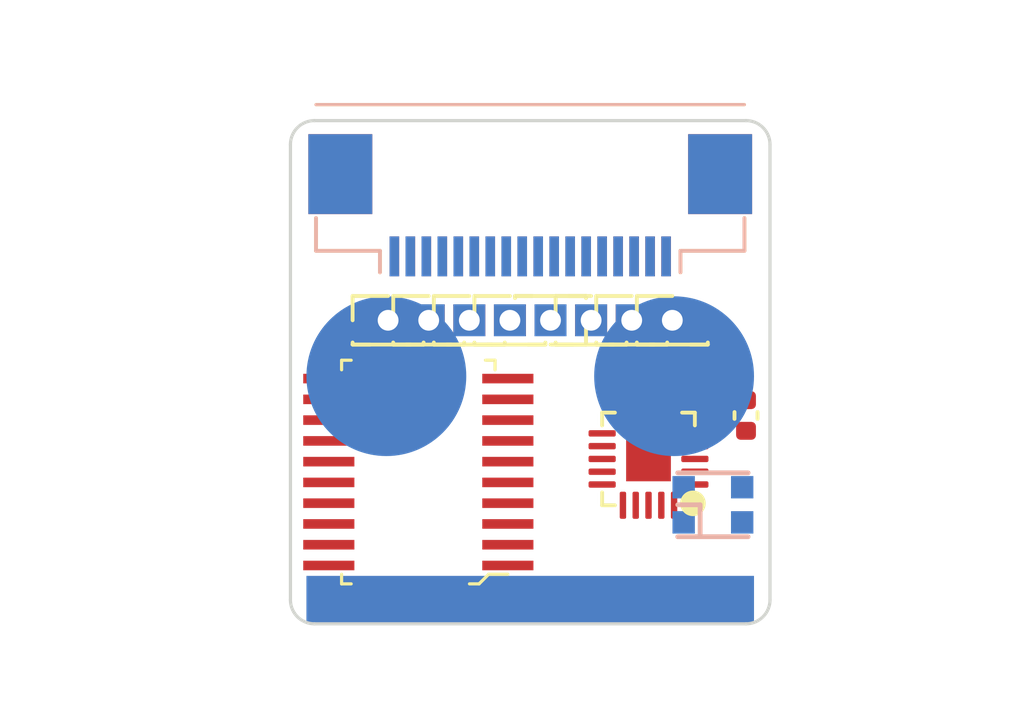
<source format=kicad_pcb>
(kicad_pcb (version 20221018) (generator pcbnew)
  (layers (0 "F.Cu" signal "Front") (1 "In1.Cu" signal) (2 "In2.Cu" signal) (31 "B.Cu" signal "Back") (34 "B.Paste" user) (35 "F.Paste" user) (36 "B.SilkS" user "B.Silkscreen") (37 "F.SilkS" user "F.Silkscreen") (38 "B.Mask" user) (39 "F.Mask" user) (44 "Edge.Cuts" user))
  (net 0 "")
  (net 1 "GND")
  (net 2 "/Vcap")
  (net 47 "LED_OUT")
  (net 48 "LED_IN")
  (net 49 "+3.3V")
  (footprint "Connector_PinHeader_1.27mm:PinHeader_1x01_P1.27mm_Vertical" (layer "F.Cu") (at 96.825 103.75)
    (fp_text reference "J5" hide)
    (fp_text value "Conn_01x01_Pin" hide)
    (fp_line (start -1.11 -0.76) (end 0 -0.76) (stroke (width 0.12)) (layer "F.SilkS"))
    (fp_line (start -1.11 0) (end -1.11 -0.76) (stroke (width 0.12)) (layer "F.SilkS"))
    (fp_line (start -1.11 0.76) (end -1.11 0.695) (stroke (width 0.12)) (layer "F.SilkS"))
    (fp_line (start -1.11 0.76) (end -0.563471 0.76) (stroke (width 0.12)) (layer "F.SilkS"))
    (fp_line (start -1.11 0.76) (end 1.11 0.76) (stroke (width 0.12)) (layer "F.SilkS"))
    (fp_line (start 0.563471 0.76) (end 1.11 0.76) (stroke (width 0.12)) (layer "F.SilkS"))
    (fp_line (start 1.11 0.76) (end 1.11 0.695) (stroke (width 0.12)) (layer "F.SilkS"))
    (pad "1" thru_hole rect (at 0 0) (size 1 1) (drill 0.65) (layers "*.Cu" "*.Mask"))
  )
  (footprint "00_custom-footprints:QFN-20-1EP_3x3mm_P0.4mm_EP1.4x1.4mm" (layer "F.Cu") (at 103.7 108.09 180)
    (fp_text reference "U1" hide)
    (fp_text value "HC32L110C6UA" hide)
    (fp_line (start -1.45 1.45) (end -1.45 1.05) (stroke (width 0.12)) (layer "F.SilkS"))
    (fp_line (start -1.05 1.45) (end -1.45 1.45) (stroke (width 0.12)) (layer "F.SilkS"))
    (fp_line (start 1.05 -1.45) (end 1.45 -1.45) (stroke (width 0.12)) (layer "F.SilkS"))
    (fp_line (start 1.45 -1.45) (end 1.45 -1.05) (stroke (width 0.12)) (layer "F.SilkS"))
    (fp_line (start 1.45 1.05) (end 1.45 1.45) (stroke (width 0.12)) (layer "F.SilkS"))
    (fp_line (start 1.45 1.45) (end 1.05 1.45) (stroke (width 0.12)) (layer "F.SilkS"))
    (fp_circle (center -1.39 -1.39) (end -0.99 -1.39) (fill solid) (layer "F.SilkS"))
    (pad "1" smd roundrect (at -1.45 -0.8 180) (size 0.85 0.2) (layers "F.Cu" "F.Paste" "F.Mask"))
    (pad "2" smd roundrect (at -1.45 -0.4 180) (size 0.85 0.2) (layers "F.Cu" "F.Paste" "F.Mask"))
    (pad "3" smd roundrect (at -1.45 0 180) (size 0.85 0.2) (layers "F.Cu" "F.Paste" "F.Mask"))
    (pad "4" smd roundrect (at -1.45 0.4 180) (size 0.85 0.2) (layers "F.Cu" "F.Paste" "F.Mask") (net 1 "GND"))
    (pad "5" smd roundrect (at -1.45 0.8 180) (size 0.85 0.2) (layers "F.Cu" "F.Paste" "F.Mask") (net 2 "/Vcap"))
    (pad "6" smd roundrect (at -0.8 1.45 180) (size 0.2 0.85) (layers "F.Cu" "F.Paste" "F.Mask") (net 49 "+3.3V"))
    (pad "7" smd roundrect (at -0.4 1.45 180) (size 0.2 0.85) (layers "F.Cu" "F.Paste" "F.Mask"))
    (pad "8" smd roundrect (at 0 1.45 180) (size 0.2 0.85) (layers "F.Cu" "F.Paste" "F.Mask"))
    (pad "9" smd roundrect (at 0.4 1.45 180) (size 0.2 0.85) (layers "F.Cu" "F.Paste" "F.Mask"))
    (pad "10" smd roundrect (at 0.8 1.45 180) (size 0.2 0.85) (layers "F.Cu" "F.Paste" "F.Mask"))
    (pad "11" smd roundrect (at 1.45 0.8 180) (size 0.85 0.2) (layers "F.Cu" "F.Paste" "F.Mask"))
    (pad "12" smd roundrect (at 1.45 0.4 180) (size 0.85 0.2) (layers "F.Cu" "F.Paste" "F.Mask"))
    (pad "13" smd roundrect (at 1.45 0 180) (size 0.85 0.2) (layers "F.Cu" "F.Paste" "F.Mask"))
    (pad "14" smd roundrect (at 1.45 -0.4 180) (size 0.85 0.2) (layers "F.Cu" "F.Paste" "F.Mask"))
    (pad "15" smd roundrect (at 1.45 -0.8 180) (size 0.85 0.2) (layers "F.Cu" "F.Paste" "F.Mask"))
    (pad "16" smd roundrect (at 0.8 -1.45 180) (size 0.2 0.85) (layers "F.Cu" "F.Paste" "F.Mask"))
    (pad "17" smd roundrect (at 0.4 -1.45 180) (size 0.2 0.85) (layers "F.Cu" "F.Paste" "F.Mask"))
    (pad "18" smd roundrect (at 0 -1.45 180) (size 0.2 0.85) (layers "F.Cu" "F.Paste" "F.Mask"))
    (pad "19" smd roundrect (at -0.4 -1.45 180) (size 0.2 0.85) (layers "F.Cu" "F.Paste" "F.Mask"))
    (pad "20" smd roundrect (at -0.8 -1.45 180) (size 0.2 0.85) (layers "F.Cu" "F.Paste" "F.Mask"))
    (pad "21" smd rect (at 0 0 180) (size 1.4 1.4) (layers "F.Cu" "F.Mask") (net 1 "GND"))
  )
  (footprint "Capacitor_SMD:C_0402_1005Metric" (layer "F.Cu") (at 106.75 106.73 -90)
    (fp_text reference "C1" hide)
    (fp_text value "4.7uF" hide)
    (fp_line (start -0.107836 -0.36) (end 0.107836 -0.36) (stroke (width 0.12)) (layer "F.SilkS"))
    (fp_line (start -0.107836 0.36) (end 0.107836 0.36) (stroke (width 0.12)) (layer "F.SilkS"))
    (pad "1" smd roundrect (at -0.48 0 270) (size 0.56 0.62) (layers "F.Cu" "F.Paste" "F.Mask") (net 1 "GND"))
    (pad "2" smd roundrect (at 0.48 0 270) (size 0.56 0.62) (layers "F.Cu" "F.Paste" "F.Mask") (net 2 "/Vcap"))
  )
  (footprint "Connector_FFC-FPC:XUNPU_FPC_05F_18P_H20" (layer "F.Cu") (at 100 101.75 180)
    (fp_text reference "J4" hide)
    (fp_text value "XF2J-1824-12A" hide)
    (fp_line (start -6.7 0.175) (end -6.7 1.2) (stroke (width 0.12)) (layer "F.SilkS"))
    (fp_line (start -6.7 4.75) (end 6.7 4.75) (stroke (width 0.1)) (layer "F.SilkS"))
    (fp_line (start -4.7 0.175) (end -6.7 0.175) (stroke (width 0.12)) (layer "F.SilkS"))
    (fp_line (start -4.7 0.175) (end -4.7 -0.5) (stroke (width 0.12)) (layer "F.SilkS"))
    (fp_line (start 4.7 0.175) (end 4.7 -0.5) (stroke (width 0.12)) (layer "F.SilkS"))
    (fp_line (start 4.7 0.175) (end 6.7 0.175) (stroke (width 0.12)) (layer "F.SilkS"))
    (fp_line (start 6.7 0.175) (end 6.7 1.2) (stroke (width 0.12)) (layer "F.SilkS"))
    (pad "1" smd rect (at -4.25 0 180) (size 0.3 1.25) (layers "F.Cu" "F.Paste" "F.Mask"))
    (pad "2" smd rect (at -3.75 0 180) (size 0.3 1.25) (layers "F.Cu" "F.Paste" "F.Mask"))
    (pad "3" smd rect (at -3.25 0 180) (size 0.3 1.25) (layers "F.Cu" "F.Paste" "F.Mask"))
    (pad "4" smd rect (at -2.75 0 180) (size 0.3 1.25) (layers "F.Cu" "F.Paste" "F.Mask"))
    (pad "5" smd rect (at -2.25 0 180) (size 0.3 1.25) (layers "F.Cu" "F.Paste" "F.Mask"))
    (pad "6" smd rect (at -1.75 0 180) (size 0.3 1.25) (layers "F.Cu" "F.Paste" "F.Mask"))
    (pad "7" smd rect (at -1.25 0 180) (size 0.3 1.25) (layers "F.Cu" "F.Paste" "F.Mask"))
    (pad "8" smd rect (at -0.75 0 180) (size 0.3 1.25) (layers "F.Cu" "F.Paste" "F.Mask"))
    (pad "9" smd rect (at -0.25 0 180) (size 0.3 1.25) (layers "F.Cu" "F.Paste" "F.Mask"))
    (pad "10" smd rect (at 0.25 0 180) (size 0.3 1.25) (layers "F.Cu" "F.Paste" "F.Mask"))
    (pad "11" smd rect (at 0.75 0 180) (size 0.3 1.25) (layers "F.Cu" "F.Paste" "F.Mask"))
    (pad "12" smd rect (at 1.25 0 180) (size 0.3 1.25) (layers "F.Cu" "F.Paste" "F.Mask"))
    (pad "13" smd rect (at 1.75 0 180) (size 0.3 1.25) (layers "F.Cu" "F.Paste" "F.Mask"))
    (pad "14" smd rect (at 2.25 0 180) (size 0.3 1.25) (layers "F.Cu" "F.Paste" "F.Mask"))
    (pad "15" smd rect (at 2.75 0 180) (size 0.3 1.25) (layers "F.Cu" "F.Paste" "F.Mask"))
    (pad "16" smd rect (at 3.25 0 180) (size 0.3 1.25) (layers "F.Cu" "F.Paste" "F.Mask"))
    (pad "17" smd rect (at 3.75 0 180) (size 0.3 1.25) (layers "F.Cu" "F.Paste" "F.Mask"))
    (pad "18" smd rect (at 4.25 0 180) (size 0.3 1.25) (layers "F.Cu" "F.Paste" "F.Mask"))
    (pad "MP" smd rect (at -5.94 2.575 180) (size 2 2.5) (layers "F.Cu" "F.Paste" "F.Mask"))
    (pad "MP" smd rect (at 5.94 2.575 180) (size 2 2.5) (layers "F.Cu" "F.Paste" "F.Mask"))
  )
  (footprint "Connector_PinHeader_1.27mm:PinHeader_1x01_P1.27mm_Vertical" (layer "F.Cu") (at 100.635 103.75 180)
    (fp_text reference "J2" hide)
    (fp_text value "Conn_01x01_Pin" hide)
    (fp_line (start -1.11 -0.76) (end 0 -0.76) (stroke (width 0.12)) (layer "F.SilkS"))
    (fp_line (start -1.11 0) (end -1.11 -0.76) (stroke (width 0.12)) (layer "F.SilkS"))
    (fp_line (start -1.11 0.76) (end -1.11 0.695) (stroke (width 0.12)) (layer "F.SilkS"))
    (fp_line (start -1.11 0.76) (end -0.563471 0.76) (stroke (width 0.12)) (layer "F.SilkS"))
    (fp_line (start -1.11 0.76) (end 1.11 0.76) (stroke (width 0.12)) (layer "F.SilkS"))
    (fp_line (start 0.563471 0.76) (end 1.11 0.76) (stroke (width 0.12)) (layer "F.SilkS"))
    (fp_line (start 1.11 0.76) (end 1.11 0.695) (stroke (width 0.12)) (layer "F.SilkS"))
    (pad "1" thru_hole rect (at 0 0 180) (size 1 1) (drill 0.65) (layers "*.Cu" "*.Mask"))
  )
  (footprint "Connector_PinHeader_1.27mm:PinHeader_1x01_P1.27mm_Vertical" (layer "F.Cu") (at 103.175 103.75)
    (fp_text reference "J8" hide)
    (fp_text value "Conn_01x01_Pin" hide)
    (fp_line (start -1.11 -0.76) (end 0 -0.76) (stroke (width 0.12)) (layer "F.SilkS"))
    (fp_line (start -1.11 0) (end -1.11 -0.76) (stroke (width 0.12)) (layer "F.SilkS"))
    (fp_line (start -1.11 0.76) (end -1.11 0.695) (stroke (width 0.12)) (layer "F.SilkS"))
    (fp_line (start -1.11 0.76) (end -0.563471 0.76) (stroke (width 0.12)) (layer "F.SilkS"))
    (fp_line (start -1.11 0.76) (end 1.11 0.76) (stroke (width 0.12)) (layer "F.SilkS"))
    (fp_line (start 0.563471 0.76) (end 1.11 0.76) (stroke (width 0.12)) (layer "F.SilkS"))
    (fp_line (start 1.11 0.76) (end 1.11 0.695) (stroke (width 0.12)) (layer "F.SilkS"))
    (pad "1" thru_hole rect (at 0 0) (size 1 1) (drill 0.65) (layers "*.Cu" "*.Mask"))
  )
  (footprint "Connector_PinHeader_1.27mm:PinHeader_1x01_P1.27mm_Vertical" (layer "F.Cu") (at 104.445 103.75)
    (fp_text reference "J1" hide)
    (fp_text value "Conn_01x01_Pin" hide)
    (fp_line (start -1.11 -0.76) (end 0 -0.76) (stroke (width 0.12)) (layer "F.SilkS"))
    (fp_line (start -1.11 0) (end -1.11 -0.76) (stroke (width 0.12)) (layer "F.SilkS"))
    (fp_line (start -1.11 0.76) (end -1.11 0.695) (stroke (width 0.12)) (layer "F.SilkS"))
    (fp_line (start -1.11 0.76) (end -0.563471 0.76) (stroke (width 0.12)) (layer "F.SilkS"))
    (fp_line (start -1.11 0.76) (end 1.11 0.76) (stroke (width 0.12)) (layer "F.SilkS"))
    (fp_line (start 0.563471 0.76) (end 1.11 0.76) (stroke (width 0.12)) (layer "F.SilkS"))
    (fp_line (start 1.11 0.76) (end 1.11 0.695) (stroke (width 0.12)) (layer "F.SilkS"))
    (pad "1" thru_hole rect (at 0 0) (size 1 1) (drill 0.65) (layers "*.Cu" "*.Mask"))
  )
  (footprint "digikey-footprints:TSSOP-20_W4.4mm" (layer "F.Cu") (at 96.5 108.5 90)
    (fp_text reference "U2" hide)
    (fp_text value "74HC688" hide)
    (fp_line (start -3.5 -2.4) (end -3.5 -2.1) (stroke (width 0.1)) (layer "F.SilkS"))
    (fp_line (start -3.5 1.6) (end -3.5 1.9) (stroke (width 0.1)) (layer "F.SilkS"))
    (fp_line (start -3.5 1.9) (end -3.2 2.2) (stroke (width 0.1)) (layer "F.SilkS"))
    (fp_line (start -3.2 -2.4) (end -3.5 -2.4) (stroke (width 0.1)) (layer "F.SilkS"))
    (fp_line (start -3.2 2.2) (end -3.2 2.8) (stroke (width 0.1)) (layer "F.SilkS"))
    (fp_line (start 3.2 -2.4) (end 3.5 -2.4) (stroke (width 0.1)) (layer "F.SilkS"))
    (fp_line (start 3.5 -2.4) (end 3.5 -2.1) (stroke (width 0.1)) (layer "F.SilkS"))
    (fp_line (start 3.5 2.4) (end 3.2 2.4) (stroke (width 0.1)) (layer "F.SilkS"))
    (fp_line (start 3.5 2.4) (end 3.5 2.1) (stroke (width 0.1)) (layer "F.SilkS"))
    (pad "1" smd rect (at -2.925 2.8 90) (size 0.3 1.6) (layers "F.Cu" "F.Paste" "F.Mask"))
    (pad "2" smd rect (at -2.275 2.8 90) (size 0.3 1.6) (layers "F.Cu" "F.Paste" "F.Mask"))
    (pad "3" smd rect (at -1.625 2.8 90) (size 0.3 1.6) (layers "F.Cu" "F.Paste" "F.Mask"))
    (pad "4" smd rect (at -0.975 2.8 90) (size 0.3 1.6) (layers "F.Cu" "F.Paste" "F.Mask"))
    (pad "5" smd rect (at -0.325 2.8 90) (size 0.3 1.6) (layers "F.Cu" "F.Paste" "F.Mask"))
    (pad "6" smd rect (at 0.325 2.8 90) (size 0.3 1.6) (layers "F.Cu" "F.Paste" "F.Mask"))
    (pad "7" smd rect (at 0.975 2.8 90) (size 0.3 1.6) (layers "F.Cu" "F.Paste" "F.Mask"))
    (pad "8" smd rect (at 1.625 2.8 90) (size 0.3 1.6) (layers "F.Cu" "F.Paste" "F.Mask"))
    (pad "9" smd rect (at 2.275 2.8 90) (size 0.3 1.6) (layers "F.Cu" "F.Paste" "F.Mask"))
    (pad "10" smd rect (at 2.925 2.8 90) (size 0.3 1.6) (layers "F.Cu" "F.Paste" "F.Mask"))
    (pad "11" smd rect (at 2.925 -2.8 90) (size 0.3 1.6) (layers "F.Cu" "F.Paste" "F.Mask"))
    (pad "12" smd rect (at 2.275 -2.8 90) (size 0.3 1.6) (layers "F.Cu" "F.Paste" "F.Mask"))
    (pad "13" smd rect (at 1.625 -2.8 90) (size 0.3 1.6) (layers "F.Cu" "F.Paste" "F.Mask"))
    (pad "14" smd rect (at 0.975 -2.8 90) (size 0.3 1.6) (layers "F.Cu" "F.Paste" "F.Mask"))
    (pad "15" smd rect (at 0.325 -2.8 90) (size 0.3 1.6) (layers "F.Cu" "F.Paste" "F.Mask"))
    (pad "16" smd rect (at -0.325 -2.8 90) (size 0.3 1.6) (layers "F.Cu" "F.Paste" "F.Mask"))
    (pad "17" smd rect (at -0.975 -2.8 90) (size 0.3 1.6) (layers "F.Cu" "F.Paste" "F.Mask"))
    (pad "18" smd rect (at -1.625 -2.8 90) (size 0.3 1.6) (layers "F.Cu" "F.Paste" "F.Mask"))
    (pad "19" smd rect (at -2.275 -2.8 90) (size 0.3 1.6) (layers "F.Cu" "F.Paste" "F.Mask"))
    (pad "20" smd rect (at -2.925 -2.8 90) (size 0.3 1.6) (layers "F.Cu" "F.Paste" "F.Mask"))
  )
  (footprint "Connector_PinHeader_1.27mm:PinHeader_1x01_P1.27mm_Vertical" (layer "F.Cu") (at 98.095 103.75)
    (fp_text reference "J7" hide)
    (fp_text value "Conn_01x01_Pin" hide)
    (fp_line (start -1.11 -0.76) (end 0 -0.76) (stroke (width 0.12)) (layer "F.SilkS"))
    (fp_line (start -1.11 0) (end -1.11 -0.76) (stroke (width 0.12)) (layer "F.SilkS"))
    (fp_line (start -1.11 0.76) (end -1.11 0.695) (stroke (width 0.12)) (layer "F.SilkS"))
    (fp_line (start -1.11 0.76) (end -0.563471 0.76) (stroke (width 0.12)) (layer "F.SilkS"))
    (fp_line (start -1.11 0.76) (end 1.11 0.76) (stroke (width 0.12)) (layer "F.SilkS"))
    (fp_line (start 0.563471 0.76) (end 1.11 0.76) (stroke (width 0.12)) (layer "F.SilkS"))
    (fp_line (start 1.11 0.76) (end 1.11 0.695) (stroke (width 0.12)) (layer "F.SilkS"))
    (pad "1" thru_hole rect (at 0 0) (size 1 1) (drill 0.65) (layers "*.Cu" "*.Mask"))
  )
  (footprint "Connector_PinHeader_1.27mm:PinHeader_1x01_P1.27mm_Vertical" (layer "F.Cu") (at 95.555 103.75)
    (fp_text reference "J3" hide)
    (fp_text value "Conn_01x01_Pin" hide)
    (fp_line (start -1.11 -0.76) (end 0 -0.76) (stroke (width 0.12)) (layer "F.SilkS"))
    (fp_line (start -1.11 0) (end -1.11 -0.76) (stroke (width 0.12)) (layer "F.SilkS"))
    (fp_line (start -1.11 0.76) (end -1.11 0.695) (stroke (width 0.12)) (layer "F.SilkS"))
    (fp_line (start -1.11 0.76) (end -0.563471 0.76) (stroke (width 0.12)) (layer "F.SilkS"))
    (fp_line (start -1.11 0.76) (end 1.11 0.76) (stroke (width 0.12)) (layer "F.SilkS"))
    (fp_line (start 0.563471 0.76) (end 1.11 0.76) (stroke (width 0.12)) (layer "F.SilkS"))
    (fp_line (start 1.11 0.76) (end 1.11 0.695) (stroke (width 0.12)) (layer "F.SilkS"))
    (pad "1" thru_hole rect (at 0 0) (size 1 1) (drill 0.65) (layers "*.Cu" "*.Mask"))
  )
  (footprint "Connector_PinHeader_1.27mm:PinHeader_1x01_P1.27mm_Vertical" (layer "F.Cu") (at 101.905 103.75)
    (fp_text reference "J6" hide)
    (fp_text value "Conn_01x01_Pin" hide)
    (fp_line (start -1.11 -0.76) (end 0 -0.76) (stroke (width 0.12)) (layer "F.SilkS"))
    (fp_line (start -1.11 0) (end -1.11 -0.76) (stroke (width 0.12)) (layer "F.SilkS"))
    (fp_line (start -1.11 0.76) (end -1.11 0.695) (stroke (width 0.12)) (layer "F.SilkS"))
    (fp_line (start -1.11 0.76) (end -0.563471 0.76) (stroke (width 0.12)) (layer "F.SilkS"))
    (fp_line (start -1.11 0.76) (end 1.11 0.76) (stroke (width 0.12)) (layer "F.SilkS"))
    (fp_line (start 0.563471 0.76) (end 1.11 0.76) (stroke (width 0.12)) (layer "F.SilkS"))
    (fp_line (start 1.11 0.76) (end 1.11 0.695) (stroke (width 0.12)) (layer "F.SilkS"))
    (pad "1" thru_hole rect (at 0 0) (size 1 1) (drill 0.65) (layers "*.Cu" "*.Mask"))
  )
  (footprint "Connector_PinHeader_1.27mm:PinHeader_1x01_P1.27mm_Vertical" (layer "F.Cu") (at 99.365 103.75)
    (fp_text reference "J9" hide)
    (fp_text value "Conn_01x01_Pin" hide)
    (fp_line (start -1.11 -0.76) (end 0 -0.76) (stroke (width 0.12)) (layer "F.SilkS"))
    (fp_line (start -1.11 0) (end -1.11 -0.76) (stroke (width 0.12)) (layer "F.SilkS"))
    (fp_line (start -1.11 0.76) (end -1.11 0.695) (stroke (width 0.12)) (layer "F.SilkS"))
    (fp_line (start -1.11 0.76) (end -0.563471 0.76) (stroke (width 0.12)) (layer "F.SilkS"))
    (fp_line (start -1.11 0.76) (end 1.11 0.76) (stroke (width 0.12)) (layer "F.SilkS"))
    (fp_line (start 0.563471 0.76) (end 1.11 0.76) (stroke (width 0.12)) (layer "F.SilkS"))
    (fp_line (start 1.11 0.76) (end 1.11 0.695) (stroke (width 0.12)) (layer "F.SilkS"))
    (pad "1" thru_hole rect (at 0 0) (size 1 1) (drill 0.65) (layers "*.Cu" "*.Mask"))
  )
  (footprint "Connector_FFC-FPC:XUNPU_FPC_05F_18P_H20" (layer "B.Cu") (at 100 101.75)
    (fp_text reference "J10" hide)
    (fp_text value "XF2J-1824-12A" hide)
    (fp_line (start -6.7 -4.75) (end 6.7 -4.75) (stroke (width 0.1)) (layer "B.SilkS"))
    (fp_line (start -6.7 -0.175) (end -6.7 -1.2) (stroke (width 0.12)) (layer "B.SilkS"))
    (fp_line (start -4.7 -0.175) (end -6.7 -0.175) (stroke (width 0.12)) (layer "B.SilkS"))
    (fp_line (start -4.7 -0.175) (end -4.7 0.5) (stroke (width 0.12)) (layer "B.SilkS"))
    (fp_line (start 4.7 -0.175) (end 4.7 0.5) (stroke (width 0.12)) (layer "B.SilkS"))
    (fp_line (start 4.7 -0.175) (end 6.7 -0.175) (stroke (width 0.12)) (layer "B.SilkS"))
    (fp_line (start 6.7 -0.175) (end 6.7 -1.2) (stroke (width 0.12)) (layer "B.SilkS"))
    (pad "1" smd rect (at -4.25 0) (size 0.3 1.25) (layers "B.Cu" "B.Paste" "B.Mask"))
    (pad "2" smd rect (at -3.75 0) (size 0.3 1.25) (layers "B.Cu" "B.Paste" "B.Mask"))
    (pad "3" smd rect (at -3.25 0) (size 0.3 1.25) (layers "B.Cu" "B.Paste" "B.Mask"))
    (pad "4" smd rect (at -2.75 0) (size 0.3 1.25) (layers "B.Cu" "B.Paste" "B.Mask"))
    (pad "5" smd rect (at -2.25 0) (size 0.3 1.25) (layers "B.Cu" "B.Paste" "B.Mask"))
    (pad "6" smd rect (at -1.75 0) (size 0.3 1.25) (layers "B.Cu" "B.Paste" "B.Mask"))
    (pad "7" smd rect (at -1.25 0) (size 0.3 1.25) (layers "B.Cu" "B.Paste" "B.Mask"))
    (pad "8" smd rect (at -0.75 0) (size 0.3 1.25) (layers "B.Cu" "B.Paste" "B.Mask"))
    (pad "9" smd rect (at -0.25 0) (size 0.3 1.25) (layers "B.Cu" "B.Paste" "B.Mask"))
    (pad "10" smd rect (at 0.25 0) (size 0.3 1.25) (layers "B.Cu" "B.Paste" "B.Mask"))
    (pad "11" smd rect (at 0.75 0) (size 0.3 1.25) (layers "B.Cu" "B.Paste" "B.Mask"))
    (pad "12" smd rect (at 1.25 0) (size 0.3 1.25) (layers "B.Cu" "B.Paste" "B.Mask"))
    (pad "13" smd rect (at 1.75 0) (size 0.3 1.25) (layers "B.Cu" "B.Paste" "B.Mask"))
    (pad "14" smd rect (at 2.25 0) (size 0.3 1.25) (layers "B.Cu" "B.Paste" "B.Mask"))
    (pad "15" smd rect (at 2.75 0) (size 0.3 1.25) (layers "B.Cu" "B.Paste" "B.Mask"))
    (pad "16" smd rect (at 3.25 0) (size 0.3 1.25) (layers "B.Cu" "B.Paste" "B.Mask"))
    (pad "17" smd rect (at 3.75 0) (size 0.3 1.25) (layers "B.Cu" "B.Paste" "B.Mask"))
    (pad "18" smd rect (at 4.25 0) (size 0.3 1.25) (layers "B.Cu" "B.Paste" "B.Mask"))
    (pad "MP" smd rect (at -5.94 -2.575) (size 2 2.5) (layers "B.Cu" "B.Paste" "B.Mask"))
    (pad "MP" smd rect (at 5.94 -2.575) (size 2 2.5) (layers "B.Cu" "B.Paste" "B.Mask"))
  )
  (footprint "00_custom-footprints:WS2812-2020" (layer "B.Cu") (at 105.715 109.525 180)
    (fp_text reference "LED1" hide)
    (fp_text value "WS2812-2020" hide)
    (fp_line (start -1.1 -1) (end 1.1 -1) (stroke (width 0.15)) (layer "B.SilkS"))
    (fp_line (start -1.1 1) (end 1.1 1) (stroke (width 0.15)) (layer "B.SilkS"))
    (fp_line (start 0.4 -1) (end 0.4 0) (stroke (width 0.15)) (layer "B.SilkS"))
    (fp_line (start 0.4 0) (end 1.1 0) (stroke (width 0.15)) (layer "B.SilkS"))
    (pad "1" smd rect (at 0.915 -0.55 180) (size 0.7 0.7) (layers "B.Cu" "B.Paste" "B.Mask") (net 47 "LED_OUT"))
    (pad "2" smd rect (at 0.915 0.55 180) (size 0.7 0.7) (layers "B.Cu" "B.Paste" "B.Mask") (net 1 "GND"))
    (pad "3" smd rect (at -0.915 0.55 180) (size 0.7 0.7) (layers "B.Cu" "B.Paste" "B.Mask") (net 48 "LED_IN"))
    (pad "4" smd rect (at -0.915 -0.55 180) (size 0.7 0.7) (layers "B.Cu" "B.Paste" "B.Mask") (net 49 "+3.3V"))
  )
  (gr_circle (center 104.5 105.5) (end 107 105.5) (fill solid) (layer "B.Cu"))
  (gr_circle (center 95.5 105.5) (end 98 105.5) (fill solid) (layer "B.Cu"))
  (gr_rect (start 93 111.75) (end 107 113.25) (fill solid) (layer "B.Cu"))
  (gr_line (start 92.5 98.25) (end 92.5 112.5) (stroke (width 0.1)) (layer "Edge.Cuts"))
  (gr_arc (start 106.75 97.499999) (mid 107.280331 97.719669) (end 107.5 98.249999) (stroke (width 0.1)) (layer "Edge.Cuts"))
  (gr_line (start 93.249999 113.25) (end 106.749999 113.25) (stroke (width 0.1)) (layer "Edge.Cuts"))
  (gr_line (start 106.75 97.499999) (end 93.25 97.5) (stroke (width 0.1)) (layer "Edge.Cuts"))
  (gr_arc (start 92.5 98.25) (mid 92.71967 97.71967) (end 93.25 97.5) (stroke (width 0.1)) (layer "Edge.Cuts"))
  (gr_arc (start 107.499999 112.5) (mid 107.280329 113.03033) (end 106.749999 113.25) (stroke (width 0.1)) (layer "Edge.Cuts"))
  (gr_arc (start 93.249999 113.25) (mid 92.719669 113.03033) (end 92.5 112.5) (stroke (width 0.1)) (layer "Edge.Cuts"))
  (gr_line (start 107.5 98.249999) (end 107.499999 112.5) (stroke (width 0.1)) (layer "Edge.Cuts"))
)
</source>
